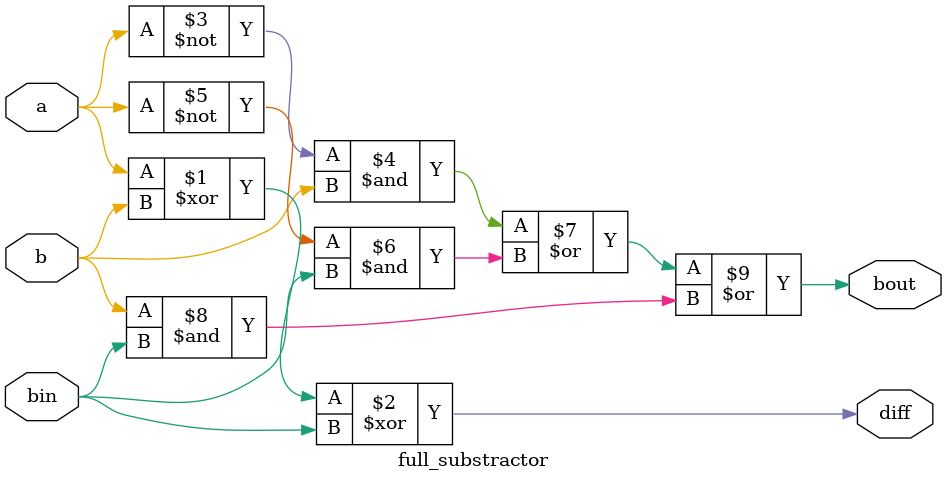
<source format=v>
`timescale 1ns / 1ps


module full_substractor(
input a,b,bin,
output diff,bout
);
assign diff=a^b^bin;
assign bout=(~a&b)|(~a&bin)|(b&bin);
endmodule

</source>
